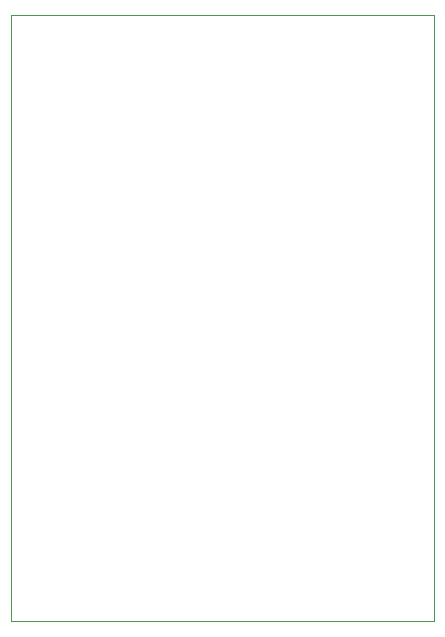
<source format=gbr>
%FSLAX46Y46*%
G04 Gerber Fmt 4.6, Leading zero omitted, Abs format (unit mm)*
G04 Created by KiCad (PCBNEW (2014-10-27 BZR 5228)-product) date 4/13/2015 9:46:14 PM*
%MOMM*%
G01*
G04 APERTURE LIST*
%ADD10C,0.100000*%
G04 APERTURE END LIST*
D10*
X154432000Y-145796000D02*
X155194000Y-145796000D01*
X155194000Y-94488000D02*
X154432000Y-94488000D01*
X190246000Y-94488000D02*
X155194000Y-94488000D01*
X190246000Y-145796000D02*
X190246000Y-94488000D01*
X155194000Y-145796000D02*
X190246000Y-145796000D01*
X154432000Y-94488000D02*
X154432000Y-145796000D01*
M02*

</source>
